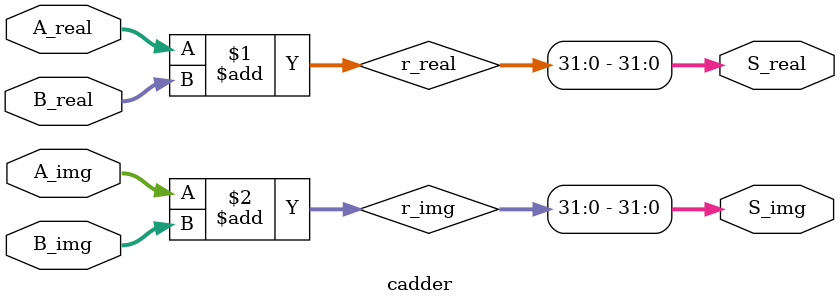
<source format=sv>
module cadder #(
    parameter integer DATA_W = 32
) (
    input logic [DATA_W - 1 :0] A_real,
    input logic [DATA_W - 1 :0] A_img,
    input logic [DATA_W - 1 :0] B_real,
    input logic [DATA_W - 1 :0] B_img,
    output logic [DATA_W - 1: 0] S_real,
    output logic [DATA_W - 1: 0] S_img
);
    wire [DATA_W : 0] r_real, r_img;
    assign r_real = A_real + B_real;
    assign r_img = A_img + B_img;

    // Revisa si se elimina el bit más significativo
    assign S_img = r_img[DATA_W - 1: 0];
    assign S_real = r_real[DATA_W - 1: 0];
    
endmodule
</source>
